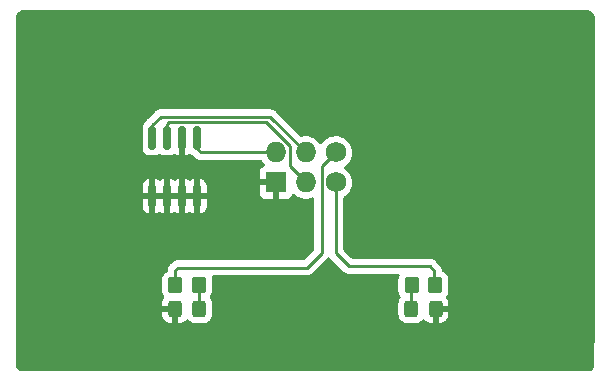
<source format=gbr>
%TF.GenerationSoftware,KiCad,Pcbnew,(6.0.4)*%
%TF.CreationDate,2022-04-09T22:58:28+02:00*%
%TF.ProjectId,cassette,63617373-6574-4746-952e-6b696361645f,rev?*%
%TF.SameCoordinates,Original*%
%TF.FileFunction,Copper,L2,Bot*%
%TF.FilePolarity,Positive*%
%FSLAX46Y46*%
G04 Gerber Fmt 4.6, Leading zero omitted, Abs format (unit mm)*
G04 Created by KiCad (PCBNEW (6.0.4)) date 2022-04-09 22:58:28*
%MOMM*%
%LPD*%
G01*
G04 APERTURE LIST*
G04 Aperture macros list*
%AMRoundRect*
0 Rectangle with rounded corners*
0 $1 Rounding radius*
0 $2 $3 $4 $5 $6 $7 $8 $9 X,Y pos of 4 corners*
0 Add a 4 corners polygon primitive as box body*
4,1,4,$2,$3,$4,$5,$6,$7,$8,$9,$2,$3,0*
0 Add four circle primitives for the rounded corners*
1,1,$1+$1,$2,$3*
1,1,$1+$1,$4,$5*
1,1,$1+$1,$6,$7*
1,1,$1+$1,$8,$9*
0 Add four rect primitives between the rounded corners*
20,1,$1+$1,$2,$3,$4,$5,0*
20,1,$1+$1,$4,$5,$6,$7,0*
20,1,$1+$1,$6,$7,$8,$9,0*
20,1,$1+$1,$8,$9,$2,$3,0*%
G04 Aperture macros list end*
%TA.AperFunction,ComponentPad*%
%ADD10O,1.727200X1.727200*%
%TD*%
%TA.AperFunction,ComponentPad*%
%ADD11R,1.727200X1.727200*%
%TD*%
%TA.AperFunction,ComponentPad*%
%ADD12C,1.727200*%
%TD*%
%TA.AperFunction,SMDPad,CuDef*%
%ADD13RoundRect,0.250000X-0.350000X-0.450000X0.350000X-0.450000X0.350000X0.450000X-0.350000X0.450000X0*%
%TD*%
%TA.AperFunction,SMDPad,CuDef*%
%ADD14RoundRect,0.250000X0.325000X0.450000X-0.325000X0.450000X-0.325000X-0.450000X0.325000X-0.450000X0*%
%TD*%
%TA.AperFunction,SMDPad,CuDef*%
%ADD15RoundRect,0.250000X0.350000X0.450000X-0.350000X0.450000X-0.350000X-0.450000X0.350000X-0.450000X0*%
%TD*%
%TA.AperFunction,SMDPad,CuDef*%
%ADD16RoundRect,0.250000X-0.325000X-0.450000X0.325000X-0.450000X0.325000X0.450000X-0.325000X0.450000X0*%
%TD*%
%TA.AperFunction,SMDPad,CuDef*%
%ADD17RoundRect,0.150000X0.150000X-0.825000X0.150000X0.825000X-0.150000X0.825000X-0.150000X-0.825000X0*%
%TD*%
%TA.AperFunction,ViaPad*%
%ADD18C,2.500000*%
%TD*%
%TA.AperFunction,ViaPad*%
%ADD19C,2.000000*%
%TD*%
%TA.AperFunction,Conductor*%
%ADD20C,0.250000*%
%TD*%
G04 APERTURE END LIST*
D10*
%TO.P,X1,1,VCC*%
%TO.N,+3V3*%
X-2480000Y1250000D03*
D11*
%TO.P,X1,2,GND*%
%TO.N,GND*%
X-2480000Y-1290000D03*
D10*
%TO.P,X1,3,SDA*%
%TO.N,Net-(U1-Pad5)*%
X60000Y1250000D03*
%TO.P,X1,4,SCL*%
%TO.N,Net-(U1-Pad6)*%
X60000Y-1290000D03*
D12*
%TO.P,X1,5,GPIO1*%
%TO.N,Net-(R2-Pad1)*%
X2600000Y1250000D03*
%TO.P,X1,6,GPIO2*%
%TO.N,Net-(R1-Pad1)*%
X2600000Y-1290000D03*
%TD*%
D13*
%TO.P,R2,1*%
%TO.N,Net-(R2-Pad1)*%
X-11000000Y-10000000D03*
%TO.P,R2,2*%
%TO.N,Net-(D2-Pad2)*%
X-9000000Y-10000000D03*
%TD*%
D14*
%TO.P,D1,1,K*%
%TO.N,GND*%
X11025000Y-12000000D03*
%TO.P,D1,2,A*%
%TO.N,Net-(D1-Pad2)*%
X8975000Y-12000000D03*
%TD*%
D15*
%TO.P,R1,1*%
%TO.N,Net-(R1-Pad1)*%
X11000000Y-10000000D03*
%TO.P,R1,2*%
%TO.N,Net-(D1-Pad2)*%
X9000000Y-10000000D03*
%TD*%
D16*
%TO.P,D2,1,K*%
%TO.N,GND*%
X-11025000Y-12000000D03*
%TO.P,D2,2,A*%
%TO.N,Net-(D2-Pad2)*%
X-8975000Y-12000000D03*
%TD*%
D17*
%TO.P,U1,1,A0*%
%TO.N,GND*%
X-9144000Y-2475000D03*
%TO.P,U1,2,A1*%
X-10414000Y-2475000D03*
%TO.P,U1,3,A2*%
X-11684000Y-2475000D03*
%TO.P,U1,4,GND*%
X-12954000Y-2475000D03*
%TO.P,U1,5,SDA*%
%TO.N,Net-(U1-Pad5)*%
X-12954000Y2475000D03*
%TO.P,U1,6,SCL*%
%TO.N,Net-(U1-Pad6)*%
X-11684000Y2475000D03*
%TO.P,U1,7,WP*%
%TO.N,GND*%
X-10414000Y2475000D03*
%TO.P,U1,8,VCC*%
%TO.N,+3V3*%
X-9144000Y2475000D03*
%TD*%
D18*
%TO.N,GND*%
X-12000000Y-16000000D03*
D19*
X-7000000Y-15000000D03*
D18*
X12000000Y-16000000D03*
D19*
X7000000Y-15000000D03*
%TD*%
D20*
%TO.N,Net-(D2-Pad2)*%
X-8975000Y-12000000D02*
X-8975000Y-10025000D01*
X-8975000Y-10025000D02*
X-9000000Y-10000000D01*
%TO.N,Net-(D1-Pad2)*%
X8975000Y-12000000D02*
X8975000Y-10025000D01*
X8975000Y-10025000D02*
X9000000Y-10000000D01*
%TO.N,Net-(U1-Pad5)*%
X-12250480Y4259520D02*
X-2949520Y4259520D01*
X-12954000Y3556000D02*
X-12250480Y4259520D01*
X-2949520Y4259520D02*
X60000Y1250000D01*
X-12954000Y2475000D02*
X-12954000Y3556000D01*
%TO.N,Net-(U1-Pad6)*%
X-11557000Y3810000D02*
X-11684000Y3683000D01*
X-1291889Y1799889D02*
X-3302000Y3810000D01*
X-3302000Y3810000D02*
X-11557000Y3810000D01*
X60000Y-1290000D02*
X-1291889Y61889D01*
X-1291889Y61889D02*
X-1291889Y1799889D01*
X-11684000Y3683000D02*
X-11684000Y2475000D01*
%TO.N,+3V3*%
X-8870000Y1250000D02*
X-9144000Y1524000D01*
X-9144000Y1524000D02*
X-9144000Y2475000D01*
X-2480000Y1250000D02*
X-8870000Y1250000D01*
%TO.N,Net-(R1-Pad1)*%
X2600000Y-7299000D02*
X3683000Y-8382000D01*
X10922000Y-8763000D02*
X10922000Y-9922000D01*
X3683000Y-8382000D02*
X10541000Y-8382000D01*
X10541000Y-8382000D02*
X10922000Y-8763000D01*
X2600000Y-1290000D02*
X2600000Y-7299000D01*
X10922000Y-9922000D02*
X11000000Y-10000000D01*
%TO.N,Net-(R2-Pad1)*%
X2600000Y1250000D02*
X1411889Y61889D01*
X127000Y-8509000D02*
X-10795000Y-8509000D01*
X-10795000Y-8509000D02*
X-11000000Y-8714000D01*
X1411889Y-7224111D02*
X127000Y-8509000D01*
X1411889Y61889D02*
X1411889Y-7224111D01*
X-11000000Y-8714000D02*
X-11000000Y-10000000D01*
%TD*%
%TA.AperFunction,Conductor*%
%TO.N,GND*%
G36*
X-17979555Y13290327D02*
G01*
X17939495Y13290327D01*
X23992292Y13282873D01*
X24021475Y13279410D01*
X24096460Y13261457D01*
X24119932Y13253319D01*
X24197600Y13217465D01*
X24218614Y13205174D01*
X24287813Y13155143D01*
X24305869Y13139256D01*
X24364353Y13076925D01*
X24379092Y13057843D01*
X24424568Y12985602D01*
X24435540Y12963706D01*
X24461854Y12895286D01*
X24466383Y12883509D01*
X24472999Y12859387D01*
X24489719Y12760988D01*
X24491500Y12739881D01*
X24491500Y-13038519D01*
X24484102Y-16790981D01*
X24480638Y-16820075D01*
X24462628Y-16895287D01*
X24454491Y-16918754D01*
X24418634Y-16996431D01*
X24406346Y-17017441D01*
X24392963Y-17035952D01*
X24356316Y-17086639D01*
X24340423Y-17104700D01*
X24278099Y-17163178D01*
X24259009Y-17177924D01*
X24186764Y-17223403D01*
X24164869Y-17234373D01*
X24084686Y-17265212D01*
X24060568Y-17271828D01*
X23995675Y-17282855D01*
X23962153Y-17288551D01*
X23941046Y-17290331D01*
X-17939467Y-17290331D01*
X-23992293Y-17282873D01*
X-24021480Y-17279409D01*
X-24096457Y-17261455D01*
X-24119924Y-17253319D01*
X-24197606Y-17217459D01*
X-24218613Y-17205171D01*
X-24287814Y-17155138D01*
X-24305869Y-17139252D01*
X-24364354Y-17076920D01*
X-24379092Y-17057840D01*
X-24424574Y-16985593D01*
X-24435546Y-16963696D01*
X-24466382Y-16883519D01*
X-24473000Y-16859395D01*
X-24489720Y-16760987D01*
X-24491500Y-16739881D01*
X-24491500Y-12497095D01*
X-12107999Y-12497095D01*
X-12107662Y-12503614D01*
X-12097743Y-12599206D01*
X-12094851Y-12612600D01*
X-12043412Y-12766784D01*
X-12037239Y-12779962D01*
X-11951937Y-12917807D01*
X-11942901Y-12929208D01*
X-11828171Y-13043739D01*
X-11816760Y-13052751D01*
X-11678757Y-13137816D01*
X-11665576Y-13143963D01*
X-11511290Y-13195138D01*
X-11497914Y-13198005D01*
X-11403562Y-13207672D01*
X-11397146Y-13208000D01*
X-11297115Y-13208000D01*
X-11281876Y-13203525D01*
X-11280671Y-13202135D01*
X-11279000Y-13194452D01*
X-11279000Y-12272115D01*
X-11283475Y-12256876D01*
X-11284865Y-12255671D01*
X-11292548Y-12254000D01*
X-12089884Y-12254000D01*
X-12105123Y-12258475D01*
X-12106328Y-12259865D01*
X-12107999Y-12267548D01*
X-12107999Y-12497095D01*
X-24491500Y-12497095D01*
X-24491500Y-3363984D01*
X-13761999Y-3363984D01*
X-13761805Y-3368920D01*
X-13759570Y-3397336D01*
X-13757270Y-3409931D01*
X-13714893Y-3555790D01*
X-13708648Y-3570221D01*
X-13632089Y-3699678D01*
X-13622449Y-3712104D01*
X-13516104Y-3818449D01*
X-13503678Y-3828089D01*
X-13374221Y-3904648D01*
X-13359790Y-3910893D01*
X-13225395Y-3949939D01*
X-13211294Y-3949899D01*
X-13208000Y-3942630D01*
X-13208000Y-3936878D01*
X-12700000Y-3936878D01*
X-12696027Y-3950409D01*
X-12688129Y-3951544D01*
X-12548210Y-3910893D01*
X-12533779Y-3904648D01*
X-12404322Y-3828088D01*
X-12396230Y-3821811D01*
X-12330146Y-3795861D01*
X-12260523Y-3809759D01*
X-12241770Y-3821811D01*
X-12233678Y-3828088D01*
X-12104221Y-3904648D01*
X-12089790Y-3910893D01*
X-11955395Y-3949939D01*
X-11941294Y-3949899D01*
X-11938000Y-3942630D01*
X-11938000Y-3936878D01*
X-11430000Y-3936878D01*
X-11426027Y-3950409D01*
X-11418129Y-3951544D01*
X-11278210Y-3910893D01*
X-11263779Y-3904648D01*
X-11134322Y-3828088D01*
X-11126230Y-3821811D01*
X-11060146Y-3795861D01*
X-10990523Y-3809759D01*
X-10971770Y-3821811D01*
X-10963678Y-3828088D01*
X-10834221Y-3904648D01*
X-10819790Y-3910893D01*
X-10685395Y-3949939D01*
X-10671294Y-3949899D01*
X-10668000Y-3942630D01*
X-10668000Y-3936878D01*
X-10160000Y-3936878D01*
X-10156027Y-3950409D01*
X-10148129Y-3951544D01*
X-10008210Y-3910893D01*
X-9993779Y-3904648D01*
X-9864322Y-3828088D01*
X-9856230Y-3821811D01*
X-9790146Y-3795861D01*
X-9720523Y-3809759D01*
X-9701770Y-3821811D01*
X-9693678Y-3828088D01*
X-9564221Y-3904648D01*
X-9549790Y-3910893D01*
X-9415395Y-3949939D01*
X-9401294Y-3949899D01*
X-9398000Y-3942630D01*
X-9398000Y-3936878D01*
X-8890000Y-3936878D01*
X-8886027Y-3950409D01*
X-8878129Y-3951544D01*
X-8738210Y-3910893D01*
X-8723779Y-3904648D01*
X-8594322Y-3828089D01*
X-8581896Y-3818449D01*
X-8475551Y-3712104D01*
X-8465911Y-3699678D01*
X-8389352Y-3570221D01*
X-8383107Y-3555790D01*
X-8340731Y-3409935D01*
X-8338430Y-3397333D01*
X-8336193Y-3368916D01*
X-8336000Y-3363986D01*
X-8336000Y-2747115D01*
X-8340475Y-2731876D01*
X-8341865Y-2730671D01*
X-8349548Y-2729000D01*
X-8871885Y-2729000D01*
X-8887124Y-2733475D01*
X-8888329Y-2734865D01*
X-8890000Y-2742548D01*
X-8890000Y-3936878D01*
X-9398000Y-3936878D01*
X-9398000Y-2747115D01*
X-9402475Y-2731876D01*
X-9403865Y-2730671D01*
X-9411548Y-2729000D01*
X-10141885Y-2729000D01*
X-10157124Y-2733475D01*
X-10158329Y-2734865D01*
X-10160000Y-2742548D01*
X-10160000Y-3936878D01*
X-10668000Y-3936878D01*
X-10668000Y-2747115D01*
X-10672475Y-2731876D01*
X-10673865Y-2730671D01*
X-10681548Y-2729000D01*
X-11411885Y-2729000D01*
X-11427124Y-2733475D01*
X-11428329Y-2734865D01*
X-11430000Y-2742548D01*
X-11430000Y-3936878D01*
X-11938000Y-3936878D01*
X-11938000Y-2747115D01*
X-11942475Y-2731876D01*
X-11943865Y-2730671D01*
X-11951548Y-2729000D01*
X-12681885Y-2729000D01*
X-12697124Y-2733475D01*
X-12698329Y-2734865D01*
X-12700000Y-2742548D01*
X-12700000Y-3936878D01*
X-13208000Y-3936878D01*
X-13208000Y-2747115D01*
X-13212475Y-2731876D01*
X-13213865Y-2730671D01*
X-13221548Y-2729000D01*
X-13743884Y-2729000D01*
X-13759123Y-2733475D01*
X-13760328Y-2734865D01*
X-13761999Y-2742548D01*
X-13761999Y-3363984D01*
X-24491500Y-3363984D01*
X-24491500Y-2202885D01*
X-13762000Y-2202885D01*
X-13757525Y-2218124D01*
X-13756135Y-2219329D01*
X-13748452Y-2221000D01*
X-13226115Y-2221000D01*
X-13210876Y-2216525D01*
X-13209671Y-2215135D01*
X-13208000Y-2207452D01*
X-13208000Y-2202885D01*
X-12700000Y-2202885D01*
X-12695525Y-2218124D01*
X-12694135Y-2219329D01*
X-12686452Y-2221000D01*
X-11956115Y-2221000D01*
X-11940876Y-2216525D01*
X-11939671Y-2215135D01*
X-11938000Y-2207452D01*
X-11938000Y-2202885D01*
X-11430000Y-2202885D01*
X-11425525Y-2218124D01*
X-11424135Y-2219329D01*
X-11416452Y-2221000D01*
X-10686115Y-2221000D01*
X-10670876Y-2216525D01*
X-10669671Y-2215135D01*
X-10668000Y-2207452D01*
X-10668000Y-2202885D01*
X-10160000Y-2202885D01*
X-10155525Y-2218124D01*
X-10154135Y-2219329D01*
X-10146452Y-2221000D01*
X-9416115Y-2221000D01*
X-9400876Y-2216525D01*
X-9399671Y-2215135D01*
X-9398000Y-2207452D01*
X-9398000Y-2202885D01*
X-8890000Y-2202885D01*
X-8885525Y-2218124D01*
X-8884135Y-2219329D01*
X-8876452Y-2221000D01*
X-8354116Y-2221000D01*
X-8338877Y-2216525D01*
X-8337672Y-2215135D01*
X-8336001Y-2207452D01*
X-8336001Y-2198269D01*
X-3851599Y-2198269D01*
X-3851229Y-2205090D01*
X-3845705Y-2255952D01*
X-3842079Y-2271204D01*
X-3796924Y-2391654D01*
X-3788386Y-2407249D01*
X-3711885Y-2509324D01*
X-3699324Y-2521885D01*
X-3597249Y-2598386D01*
X-3581654Y-2606924D01*
X-3461206Y-2652078D01*
X-3445951Y-2655705D01*
X-3395086Y-2661231D01*
X-3388272Y-2661600D01*
X-2752115Y-2661600D01*
X-2736876Y-2657125D01*
X-2735671Y-2655735D01*
X-2734000Y-2648052D01*
X-2734000Y-1562115D01*
X-2738475Y-1546876D01*
X-2739865Y-1545671D01*
X-2747548Y-1544000D01*
X-3833484Y-1544000D01*
X-3848723Y-1548475D01*
X-3849928Y-1549865D01*
X-3851599Y-1557548D01*
X-3851599Y-2198269D01*
X-8336001Y-2198269D01*
X-8336001Y-1586017D01*
X-8336195Y-1581080D01*
X-8338430Y-1552664D01*
X-8340730Y-1540069D01*
X-8383107Y-1394210D01*
X-8389352Y-1379779D01*
X-8465911Y-1250322D01*
X-8475551Y-1237896D01*
X-8581896Y-1131551D01*
X-8594322Y-1121911D01*
X-8723779Y-1045352D01*
X-8738210Y-1039107D01*
X-8872605Y-1000061D01*
X-8886706Y-1000101D01*
X-8890000Y-1007370D01*
X-8890000Y-2202885D01*
X-9398000Y-2202885D01*
X-9398000Y-1013122D01*
X-9401973Y-999591D01*
X-9409871Y-998456D01*
X-9549790Y-1039107D01*
X-9564221Y-1045352D01*
X-9693678Y-1121912D01*
X-9701770Y-1128189D01*
X-9767854Y-1154139D01*
X-9837477Y-1140241D01*
X-9856230Y-1128189D01*
X-9864322Y-1121912D01*
X-9993779Y-1045352D01*
X-10008210Y-1039107D01*
X-10142605Y-1000061D01*
X-10156706Y-1000101D01*
X-10160000Y-1007370D01*
X-10160000Y-2202885D01*
X-10668000Y-2202885D01*
X-10668000Y-1013122D01*
X-10671973Y-999591D01*
X-10679871Y-998456D01*
X-10819790Y-1039107D01*
X-10834221Y-1045352D01*
X-10963678Y-1121912D01*
X-10971770Y-1128189D01*
X-11037854Y-1154139D01*
X-11107477Y-1140241D01*
X-11126230Y-1128189D01*
X-11134322Y-1121912D01*
X-11263779Y-1045352D01*
X-11278210Y-1039107D01*
X-11412605Y-1000061D01*
X-11426706Y-1000101D01*
X-11430000Y-1007370D01*
X-11430000Y-2202885D01*
X-11938000Y-2202885D01*
X-11938000Y-1013122D01*
X-11941973Y-999591D01*
X-11949871Y-998456D01*
X-12089790Y-1039107D01*
X-12104221Y-1045352D01*
X-12233678Y-1121912D01*
X-12241770Y-1128189D01*
X-12307854Y-1154139D01*
X-12377477Y-1140241D01*
X-12396230Y-1128189D01*
X-12404322Y-1121912D01*
X-12533779Y-1045352D01*
X-12548210Y-1039107D01*
X-12682605Y-1000061D01*
X-12696706Y-1000101D01*
X-12700000Y-1007370D01*
X-12700000Y-2202885D01*
X-13208000Y-2202885D01*
X-13208000Y-1013122D01*
X-13211973Y-999591D01*
X-13219871Y-998456D01*
X-13359790Y-1039107D01*
X-13374221Y-1045352D01*
X-13503678Y-1121911D01*
X-13516104Y-1131551D01*
X-13622449Y-1237896D01*
X-13632089Y-1250322D01*
X-13708648Y-1379779D01*
X-13714893Y-1394210D01*
X-13757269Y-1540065D01*
X-13759570Y-1552667D01*
X-13761807Y-1581084D01*
X-13762000Y-1586014D01*
X-13762000Y-2202885D01*
X-24491500Y-2202885D01*
X-24491500Y1583498D01*
X-13762500Y1583498D01*
X-13759562Y1546169D01*
X-13713145Y1386399D01*
X-13709108Y1379573D01*
X-13632491Y1250020D01*
X-13632489Y1250017D01*
X-13628453Y1243193D01*
X-13510807Y1125547D01*
X-13503984Y1121512D01*
X-13503980Y1121509D01*
X-13396411Y1057893D01*
X-13367601Y1040855D01*
X-13359990Y1038644D01*
X-13359988Y1038643D01*
X-13324665Y1028381D01*
X-13207831Y994438D01*
X-13201426Y993934D01*
X-13201421Y993933D01*
X-13172958Y991693D01*
X-13172950Y991693D01*
X-13170502Y991500D01*
X-12737498Y991500D01*
X-12735050Y991693D01*
X-12735042Y991693D01*
X-12706579Y993933D01*
X-12706574Y993934D01*
X-12700169Y994438D01*
X-12583335Y1028381D01*
X-12548012Y1038643D01*
X-12548010Y1038644D01*
X-12540399Y1040855D01*
X-12397193Y1125547D01*
X-12394511Y1128229D01*
X-12330139Y1153502D01*
X-12260516Y1139600D01*
X-12244688Y1129428D01*
X-12240807Y1125547D01*
X-12097601Y1040855D01*
X-12089990Y1038644D01*
X-12089988Y1038643D01*
X-12054665Y1028381D01*
X-11937831Y994438D01*
X-11931426Y993934D01*
X-11931421Y993933D01*
X-11902958Y991693D01*
X-11902950Y991693D01*
X-11900502Y991500D01*
X-11467498Y991500D01*
X-11465050Y991693D01*
X-11465042Y991693D01*
X-11436579Y993933D01*
X-11436574Y993934D01*
X-11430169Y994438D01*
X-11313335Y1028381D01*
X-11278012Y1038643D01*
X-11278010Y1038644D01*
X-11270399Y1040855D01*
X-11127193Y1125547D01*
X-11124253Y1128487D01*
X-11059729Y1153821D01*
X-10990106Y1139920D01*
X-10971360Y1127871D01*
X-10963677Y1121911D01*
X-10834221Y1045352D01*
X-10819790Y1039107D01*
X-10685395Y1000061D01*
X-10671294Y1000101D01*
X-10668000Y1007370D01*
X-10668000Y2603000D01*
X-10647998Y2671121D01*
X-10594342Y2717614D01*
X-10542000Y2729000D01*
X-10286000Y2729000D01*
X-10217879Y2708998D01*
X-10171386Y2655342D01*
X-10160000Y2603000D01*
X-10160000Y1013122D01*
X-10156027Y999591D01*
X-10148129Y998456D01*
X-10008210Y1039107D01*
X-9993779Y1045352D01*
X-9864324Y1121910D01*
X-9856636Y1127874D01*
X-9790551Y1153821D01*
X-9720928Y1139920D01*
X-9704842Y1129582D01*
X-9700807Y1125547D01*
X-9693979Y1121509D01*
X-9693976Y1121507D01*
X-9569241Y1047739D01*
X-9544285Y1028381D01*
X-9373657Y857753D01*
X-9366113Y849463D01*
X-9362000Y842982D01*
X-9356223Y837557D01*
X-9312333Y796342D01*
X-9309491Y793587D01*
X-9289769Y773865D01*
X-9286645Y771442D01*
X-9286641Y771438D01*
X-9286576Y771388D01*
X-9277555Y763683D01*
X-9245321Y733414D01*
X-9238373Y729595D01*
X-9238371Y729593D01*
X-9227568Y723654D01*
X-9211041Y712798D01*
X-9201302Y705243D01*
X-9201300Y705242D01*
X-9195040Y700386D01*
X-9154460Y682826D01*
X-9143812Y677609D01*
X-9105060Y656305D01*
X-9097384Y654334D01*
X-9097381Y654333D01*
X-9085438Y651267D01*
X-9066733Y644863D01*
X-9048145Y636819D01*
X-9040322Y635580D01*
X-9040312Y635577D01*
X-9004476Y629901D01*
X-8992856Y627495D01*
X-8957711Y618472D01*
X-8950030Y616500D01*
X-8929776Y616500D01*
X-8910066Y614949D01*
X-8890057Y611780D01*
X-8882165Y612526D01*
X-8846039Y615941D01*
X-8834181Y616500D01*
X-3771676Y616500D01*
X-3703555Y596498D01*
X-3664243Y556335D01*
X-3591025Y436853D01*
X-3445587Y268955D01*
X-3445586Y268954D01*
X-3443298Y266313D01*
X-3443843Y265841D01*
X-3411150Y207424D01*
X-3415475Y136560D01*
X-3457427Y79283D01*
X-3489754Y61376D01*
X-3581654Y26924D01*
X-3597249Y18386D01*
X-3699324Y-58115D01*
X-3711885Y-70676D01*
X-3788386Y-172751D01*
X-3796924Y-188346D01*
X-3842078Y-308794D01*
X-3845705Y-324049D01*
X-3851231Y-374914D01*
X-3851600Y-381728D01*
X-3851600Y-1017885D01*
X-3847125Y-1033124D01*
X-3845735Y-1034329D01*
X-3838052Y-1036000D01*
X-2352000Y-1036000D01*
X-2283879Y-1056002D01*
X-2237386Y-1109658D01*
X-2226000Y-1162000D01*
X-2226000Y-2643484D01*
X-2221525Y-2658723D01*
X-2220135Y-2659928D01*
X-2212452Y-2661599D01*
X-1571731Y-2661599D01*
X-1564910Y-2661229D01*
X-1514048Y-2655705D01*
X-1498796Y-2652079D01*
X-1378346Y-2606924D01*
X-1362751Y-2598386D01*
X-1260676Y-2521885D01*
X-1248115Y-2509324D01*
X-1171614Y-2407249D01*
X-1163076Y-2391654D01*
X-1128159Y-2298515D01*
X-1085517Y-2241750D01*
X-1018955Y-2217051D01*
X-949606Y-2232259D01*
X-914940Y-2260247D01*
X-903298Y-2273687D01*
X-729701Y-2417810D01*
X-725249Y-2420412D01*
X-725244Y-2420415D01*
X-575982Y-2507637D01*
X-534897Y-2531645D01*
X-324116Y-2612134D01*
X-319048Y-2613165D01*
X-319045Y-2613166D01*
X-239645Y-2629320D01*
X-103019Y-2657117D01*
X-97844Y-2657307D01*
X-97842Y-2657307D01*
X117292Y-2665196D01*
X117296Y-2665196D01*
X122456Y-2665385D01*
X127576Y-2664729D01*
X127578Y-2664729D01*
X198020Y-2655705D01*
X346253Y-2636716D01*
X351202Y-2635231D01*
X351208Y-2635230D01*
X557413Y-2573365D01*
X557412Y-2573365D01*
X562363Y-2571880D01*
X596958Y-2554932D01*
X666932Y-2542926D01*
X732289Y-2570657D01*
X772278Y-2629320D01*
X778389Y-2668084D01*
X778389Y-6909516D01*
X758387Y-6977637D01*
X741484Y-6998611D01*
X-98500Y-7838595D01*
X-160812Y-7872621D01*
X-187595Y-7875500D01*
X-10716232Y-7875500D01*
X-10727415Y-7874973D01*
X-10734908Y-7873298D01*
X-10742834Y-7873547D01*
X-10742835Y-7873547D01*
X-10802998Y-7875438D01*
X-10806956Y-7875500D01*
X-10834856Y-7875500D01*
X-10838846Y-7876004D01*
X-10850680Y-7876936D01*
X-10894889Y-7878326D01*
X-10902503Y-7880538D01*
X-10902508Y-7880539D01*
X-10914341Y-7883977D01*
X-10933704Y-7887988D01*
X-10953797Y-7890526D01*
X-10961164Y-7893443D01*
X-10961169Y-7893444D01*
X-10994908Y-7906802D01*
X-11006135Y-7910646D01*
X-11048593Y-7922982D01*
X-11055419Y-7927019D01*
X-11066028Y-7933293D01*
X-11083776Y-7941988D01*
X-11102617Y-7949448D01*
X-11109033Y-7954110D01*
X-11109034Y-7954110D01*
X-11138387Y-7975436D01*
X-11148307Y-7981952D01*
X-11179535Y-8000420D01*
X-11179538Y-8000422D01*
X-11186362Y-8004458D01*
X-11200686Y-8018782D01*
X-11215713Y-8031617D01*
X-11232107Y-8043528D01*
X-11237160Y-8049636D01*
X-11260292Y-8077597D01*
X-11268280Y-8086375D01*
X-11392256Y-8210352D01*
X-11400538Y-8217888D01*
X-11407018Y-8222000D01*
X-11412445Y-8227779D01*
X-11412446Y-8227780D01*
X-11453644Y-8271652D01*
X-11456399Y-8274494D01*
X-11476135Y-8294230D01*
X-11478615Y-8297427D01*
X-11486318Y-8306447D01*
X-11516586Y-8338679D01*
X-11520405Y-8345625D01*
X-11520407Y-8345628D01*
X-11526348Y-8356434D01*
X-11537199Y-8372953D01*
X-11549614Y-8388959D01*
X-11552759Y-8396228D01*
X-11552762Y-8396232D01*
X-11567174Y-8429537D01*
X-11572391Y-8440187D01*
X-11593695Y-8478940D01*
X-11595666Y-8486615D01*
X-11595666Y-8486616D01*
X-11598733Y-8498562D01*
X-11605137Y-8517266D01*
X-11613181Y-8535855D01*
X-11614420Y-8543678D01*
X-11614423Y-8543688D01*
X-11620099Y-8579524D01*
X-11622505Y-8591144D01*
X-11627877Y-8612068D01*
X-11633500Y-8633970D01*
X-11633500Y-8654224D01*
X-11635051Y-8673934D01*
X-11638220Y-8693943D01*
X-11637474Y-8701835D01*
X-11634059Y-8737961D01*
X-11633500Y-8749819D01*
X-11633500Y-8763219D01*
X-11653502Y-8831340D01*
X-11693197Y-8870363D01*
X-11824348Y-8951522D01*
X-11949305Y-9076697D01*
X-11953145Y-9082927D01*
X-11953146Y-9082928D01*
X-11989560Y-9142003D01*
X-12042115Y-9227262D01*
X-12097797Y-9395139D01*
X-12108500Y-9499600D01*
X-12108500Y-10500400D01*
X-12097526Y-10606166D01*
X-12041550Y-10773946D01*
X-11948478Y-10924348D01*
X-11948096Y-10924729D01*
X-11922506Y-10987956D01*
X-11935678Y-11057720D01*
X-11949009Y-11078503D01*
X-11952753Y-11083243D01*
X-12037816Y-11221243D01*
X-12043963Y-11234424D01*
X-12095138Y-11388710D01*
X-12098005Y-11402086D01*
X-12107672Y-11496438D01*
X-12108000Y-11502855D01*
X-12108000Y-11727885D01*
X-12103525Y-11743124D01*
X-12102135Y-11744329D01*
X-12094452Y-11746000D01*
X-10897000Y-11746000D01*
X-10828879Y-11766002D01*
X-10782386Y-11819658D01*
X-10771000Y-11872000D01*
X-10771000Y-13189884D01*
X-10766525Y-13205123D01*
X-10765135Y-13206328D01*
X-10757452Y-13207999D01*
X-10652905Y-13207999D01*
X-10646386Y-13207662D01*
X-10550794Y-13197743D01*
X-10537400Y-13194851D01*
X-10383216Y-13143412D01*
X-10370038Y-13137239D01*
X-10232193Y-13051937D01*
X-10220792Y-13042901D01*
X-10106262Y-12928172D01*
X-10099206Y-12919238D01*
X-10041288Y-12878177D01*
X-9970365Y-12874947D01*
X-9908954Y-12910574D01*
X-9902154Y-12918407D01*
X-9898478Y-12924348D01*
X-9773303Y-13049305D01*
X-9767073Y-13053145D01*
X-9767072Y-13053146D01*
X-9629712Y-13137816D01*
X-9622738Y-13142115D01*
X-9542995Y-13168564D01*
X-9461389Y-13195632D01*
X-9461387Y-13195632D01*
X-9454861Y-13197797D01*
X-9448025Y-13198497D01*
X-9448022Y-13198498D01*
X-9404969Y-13202909D01*
X-9350400Y-13208500D01*
X-8599600Y-13208500D01*
X-8596354Y-13208163D01*
X-8596350Y-13208163D01*
X-8500692Y-13198238D01*
X-8500688Y-13198237D01*
X-8493834Y-13197526D01*
X-8487298Y-13195345D01*
X-8487296Y-13195345D01*
X-8355194Y-13151272D01*
X-8326054Y-13141550D01*
X-8175652Y-13048478D01*
X-8166756Y-13039567D01*
X-8055866Y-12928483D01*
X-8050695Y-12923303D01*
X-7957885Y-12772738D01*
X-7902203Y-12604861D01*
X-7891500Y-12500400D01*
X-7891500Y-11499600D01*
X-7891837Y-11496350D01*
X-7901762Y-11400692D01*
X-7901763Y-11400688D01*
X-7902474Y-11393834D01*
X-7958450Y-11226054D01*
X-8051522Y-11075652D01*
X-8051638Y-11075536D01*
X-8077173Y-11012457D01*
X-8064004Y-10942692D01*
X-8053136Y-10925749D01*
X-8050695Y-10923303D01*
X-7957885Y-10772738D01*
X-7902203Y-10604861D01*
X-7891500Y-10500400D01*
X-7891500Y-9499600D01*
X-7902474Y-9393834D01*
X-7930985Y-9308376D01*
X-7933569Y-9237427D01*
X-7897386Y-9176343D01*
X-7833921Y-9144518D01*
X-7811461Y-9142500D01*
X48233Y-9142500D01*
X59416Y-9143027D01*
X66909Y-9144702D01*
X74835Y-9144453D01*
X74836Y-9144453D01*
X134986Y-9142562D01*
X138945Y-9142500D01*
X166856Y-9142500D01*
X170791Y-9142003D01*
X170856Y-9141995D01*
X182693Y-9141062D01*
X214951Y-9140048D01*
X218970Y-9139922D01*
X226889Y-9139673D01*
X246343Y-9134021D01*
X265700Y-9130013D01*
X277930Y-9128468D01*
X277931Y-9128468D01*
X285797Y-9127474D01*
X293168Y-9124555D01*
X293170Y-9124555D01*
X326912Y-9111196D01*
X338142Y-9107351D01*
X372983Y-9097229D01*
X372984Y-9097229D01*
X380593Y-9095018D01*
X387412Y-9090985D01*
X387417Y-9090983D01*
X398028Y-9084707D01*
X415776Y-9076012D01*
X434617Y-9068552D01*
X470387Y-9042564D01*
X480307Y-9036048D01*
X511535Y-9017580D01*
X511538Y-9017578D01*
X518362Y-9013542D01*
X532683Y-8999221D01*
X547717Y-8986380D01*
X552095Y-8983199D01*
X564107Y-8974472D01*
X592298Y-8940395D01*
X600288Y-8931616D01*
X1804136Y-7727768D01*
X1812426Y-7720224D01*
X1818907Y-7716111D01*
X1865548Y-7666443D01*
X1868302Y-7663602D01*
X1886236Y-7645668D01*
X1948548Y-7611642D01*
X2019363Y-7616707D01*
X2076199Y-7659254D01*
X2083781Y-7670617D01*
X2095458Y-7690362D01*
X2109779Y-7704683D01*
X2122619Y-7719716D01*
X2134528Y-7736107D01*
X2162799Y-7759495D01*
X2168605Y-7764298D01*
X2177384Y-7772288D01*
X3179343Y-8774247D01*
X3186887Y-8782537D01*
X3191000Y-8789018D01*
X3196777Y-8794443D01*
X3240667Y-8835658D01*
X3243509Y-8838413D01*
X3263230Y-8858134D01*
X3266425Y-8860612D01*
X3275447Y-8868318D01*
X3307679Y-8898586D01*
X3314628Y-8902406D01*
X3325432Y-8908346D01*
X3341956Y-8919199D01*
X3357959Y-8931613D01*
X3398543Y-8949176D01*
X3409173Y-8954383D01*
X3447940Y-8975695D01*
X3455617Y-8977666D01*
X3455622Y-8977668D01*
X3467558Y-8980732D01*
X3486266Y-8987137D01*
X3504855Y-8995181D01*
X3512683Y-8996421D01*
X3512690Y-8996423D01*
X3548524Y-9002099D01*
X3560144Y-9004505D01*
X3595289Y-9013528D01*
X3602970Y-9015500D01*
X3623224Y-9015500D01*
X3642934Y-9017051D01*
X3662943Y-9020220D01*
X3670835Y-9019474D01*
X3706961Y-9016059D01*
X3718819Y-9015500D01*
X7862735Y-9015500D01*
X7930856Y-9035502D01*
X7977349Y-9089158D01*
X7987453Y-9159432D01*
X7969995Y-9207616D01*
X7957885Y-9227262D01*
X7902203Y-9395139D01*
X7891500Y-9499600D01*
X7891500Y-10500400D01*
X7902474Y-10606166D01*
X7958450Y-10773946D01*
X8051522Y-10924348D01*
X8051638Y-10924464D01*
X8077173Y-10987543D01*
X8064004Y-11057308D01*
X8053136Y-11074251D01*
X8050695Y-11076697D01*
X8046855Y-11082927D01*
X7976048Y-11197797D01*
X7957885Y-11227262D01*
X7902203Y-11395139D01*
X7891500Y-11499600D01*
X7891500Y-12500400D01*
X7891837Y-12503646D01*
X7891837Y-12503650D01*
X7901752Y-12599206D01*
X7902474Y-12606166D01*
X7958450Y-12773946D01*
X8051522Y-12924348D01*
X8176697Y-13049305D01*
X8182927Y-13053145D01*
X8182928Y-13053146D01*
X8320288Y-13137816D01*
X8327262Y-13142115D01*
X8407005Y-13168564D01*
X8488611Y-13195632D01*
X8488613Y-13195632D01*
X8495139Y-13197797D01*
X8501975Y-13198497D01*
X8501978Y-13198498D01*
X8545031Y-13202909D01*
X8599600Y-13208500D01*
X9350400Y-13208500D01*
X9353646Y-13208163D01*
X9353650Y-13208163D01*
X9449308Y-13198238D01*
X9449312Y-13198237D01*
X9456166Y-13197526D01*
X9462702Y-13195345D01*
X9462704Y-13195345D01*
X9594806Y-13151272D01*
X9623946Y-13141550D01*
X9774348Y-13048478D01*
X9783244Y-13039567D01*
X9894131Y-12928486D01*
X9899305Y-12923303D01*
X9902102Y-12918765D01*
X9959353Y-12878176D01*
X10030276Y-12874946D01*
X10091687Y-12910572D01*
X10099062Y-12919068D01*
X10107098Y-12929207D01*
X10221829Y-13043739D01*
X10233240Y-13052751D01*
X10371243Y-13137816D01*
X10384424Y-13143963D01*
X10538710Y-13195138D01*
X10552086Y-13198005D01*
X10646438Y-13207672D01*
X10652854Y-13208000D01*
X10752885Y-13208000D01*
X10768124Y-13203525D01*
X10769329Y-13202135D01*
X10771000Y-13194452D01*
X10771000Y-13189884D01*
X11279000Y-13189884D01*
X11283475Y-13205123D01*
X11284865Y-13206328D01*
X11292548Y-13207999D01*
X11397095Y-13207999D01*
X11403614Y-13207662D01*
X11499206Y-13197743D01*
X11512600Y-13194851D01*
X11666784Y-13143412D01*
X11679962Y-13137239D01*
X11817807Y-13051937D01*
X11829208Y-13042901D01*
X11943739Y-12928171D01*
X11952751Y-12916760D01*
X12037816Y-12778757D01*
X12043963Y-12765576D01*
X12095138Y-12611290D01*
X12098005Y-12597914D01*
X12107672Y-12503562D01*
X12108000Y-12497146D01*
X12108000Y-12272115D01*
X12103525Y-12256876D01*
X12102135Y-12255671D01*
X12094452Y-12254000D01*
X11297115Y-12254000D01*
X11281876Y-12258475D01*
X11280671Y-12259865D01*
X11279000Y-12267548D01*
X11279000Y-13189884D01*
X10771000Y-13189884D01*
X10771000Y-11872000D01*
X10791002Y-11803879D01*
X10844658Y-11757386D01*
X10897000Y-11746000D01*
X12089884Y-11746000D01*
X12105123Y-11741525D01*
X12106328Y-11740135D01*
X12107999Y-11732452D01*
X12107999Y-11502905D01*
X12107662Y-11496386D01*
X12097743Y-11400794D01*
X12094851Y-11387400D01*
X12043412Y-11233216D01*
X12037239Y-11220038D01*
X11951936Y-11082191D01*
X11949145Y-11078670D01*
X11922506Y-11012860D01*
X11935676Y-10943096D01*
X11946696Y-10925917D01*
X11949305Y-10923303D01*
X11953146Y-10917073D01*
X12038275Y-10778968D01*
X12038276Y-10778966D01*
X12042115Y-10772738D01*
X12097797Y-10604861D01*
X12108500Y-10500400D01*
X12108500Y-9499600D01*
X12097526Y-9393834D01*
X12041550Y-9226054D01*
X11948478Y-9075652D01*
X11936696Y-9063890D01*
X11828483Y-8955866D01*
X11823303Y-8950695D01*
X11817072Y-8946854D01*
X11678968Y-8861725D01*
X11678966Y-8861724D01*
X11672738Y-8857885D01*
X11641832Y-8847634D01*
X11583472Y-8807203D01*
X11556236Y-8741638D01*
X11555500Y-8728041D01*
X11555500Y-8723144D01*
X11554994Y-8719138D01*
X11554061Y-8707292D01*
X11552922Y-8671037D01*
X11552673Y-8663110D01*
X11547022Y-8643658D01*
X11543014Y-8624306D01*
X11541468Y-8612068D01*
X11541467Y-8612066D01*
X11540474Y-8604203D01*
X11524194Y-8563086D01*
X11520359Y-8551885D01*
X11508018Y-8509406D01*
X11503985Y-8502587D01*
X11503983Y-8502582D01*
X11497707Y-8491971D01*
X11489010Y-8474221D01*
X11481552Y-8455383D01*
X11470520Y-8440198D01*
X11455572Y-8419625D01*
X11449053Y-8409701D01*
X11430578Y-8378460D01*
X11430574Y-8378455D01*
X11426542Y-8371637D01*
X11412218Y-8357313D01*
X11399376Y-8342278D01*
X11387472Y-8325893D01*
X11353406Y-8297711D01*
X11344627Y-8289722D01*
X11044652Y-7989747D01*
X11037112Y-7981461D01*
X11033000Y-7974982D01*
X10983348Y-7928356D01*
X10980507Y-7925602D01*
X10960770Y-7905865D01*
X10957573Y-7903385D01*
X10948551Y-7895680D01*
X10939036Y-7886745D01*
X10916321Y-7865414D01*
X10909375Y-7861595D01*
X10909372Y-7861593D01*
X10898566Y-7855652D01*
X10882047Y-7844801D01*
X10881583Y-7844441D01*
X10866041Y-7832386D01*
X10858772Y-7829241D01*
X10858768Y-7829238D01*
X10825463Y-7814826D01*
X10814813Y-7809609D01*
X10776060Y-7788305D01*
X10756437Y-7783267D01*
X10737734Y-7776863D01*
X10726420Y-7771967D01*
X10726419Y-7771967D01*
X10719145Y-7768819D01*
X10711322Y-7767580D01*
X10711312Y-7767577D01*
X10675476Y-7761901D01*
X10663856Y-7759495D01*
X10628711Y-7750472D01*
X10628710Y-7750472D01*
X10621030Y-7748500D01*
X10600776Y-7748500D01*
X10581065Y-7746949D01*
X10568886Y-7745020D01*
X10561057Y-7743780D01*
X10553165Y-7744526D01*
X10517039Y-7747941D01*
X10505181Y-7748500D01*
X3997595Y-7748500D01*
X3929474Y-7728498D01*
X3908500Y-7711595D01*
X3270405Y-7073500D01*
X3236379Y-7011188D01*
X3233500Y-6984405D01*
X3233500Y-2586217D01*
X3253502Y-2518096D01*
X3296991Y-2479376D01*
X3295897Y-2477541D01*
X3300342Y-2474891D01*
X3304982Y-2472618D01*
X3346216Y-2443206D01*
X3484455Y-2344601D01*
X3484459Y-2344597D01*
X3488667Y-2341596D01*
X3648487Y-2182333D01*
X3780150Y-1999105D01*
X3880118Y-1796835D01*
X3945708Y-1580952D01*
X3950573Y-1544000D01*
X3974721Y-1360578D01*
X3974722Y-1360572D01*
X3975158Y-1357256D01*
X3976802Y-1290000D01*
X3958315Y-1065132D01*
X3903349Y-846304D01*
X3813380Y-639391D01*
X3690826Y-449951D01*
X3538977Y-283071D01*
X3534926Y-279872D01*
X3534922Y-279868D01*
X3365966Y-146434D01*
X3365962Y-146432D01*
X3361911Y-143232D01*
X3338535Y-130328D01*
X3288564Y-79896D01*
X3273792Y-10453D01*
X3298908Y55953D01*
X3326259Y82559D01*
X3484455Y195399D01*
X3484459Y195403D01*
X3488667Y198404D01*
X3648487Y357667D01*
X3780150Y540895D01*
X3870475Y723654D01*
X3877824Y738523D01*
X3877825Y738525D01*
X3880118Y743165D01*
X3945708Y959048D01*
X3946383Y964174D01*
X3974721Y1179422D01*
X3974722Y1179428D01*
X3975158Y1182744D01*
X3976802Y1250000D01*
X3958315Y1474868D01*
X3903349Y1693696D01*
X3813380Y1900609D01*
X3765282Y1974957D01*
X3693634Y2085709D01*
X3693632Y2085712D01*
X3690826Y2090049D01*
X3538977Y2256929D01*
X3534926Y2260128D01*
X3534922Y2260132D01*
X3365966Y2393566D01*
X3365962Y2393568D01*
X3361911Y2396768D01*
X3164383Y2505809D01*
X2951698Y2581124D01*
X2901297Y2590102D01*
X2734657Y2619786D01*
X2734653Y2619786D01*
X2729569Y2620692D01*
X2657574Y2621571D01*
X2509129Y2623385D01*
X2509127Y2623385D01*
X2503959Y2623448D01*
X2280929Y2589320D01*
X2066468Y2519223D01*
X1866335Y2415040D01*
X1862202Y2411937D01*
X1862199Y2411935D01*
X1837734Y2393566D01*
X1685905Y2279570D01*
X1530024Y2116450D01*
X1527112Y2112181D01*
X1527106Y2112173D01*
X1433503Y1974957D01*
X1378592Y1929954D01*
X1308067Y1921783D01*
X1244320Y1953037D01*
X1223623Y1977521D01*
X1153634Y2085709D01*
X1153632Y2085712D01*
X1150826Y2090049D01*
X998977Y2256929D01*
X994926Y2260128D01*
X994922Y2260132D01*
X825966Y2393566D01*
X825962Y2393568D01*
X821911Y2396768D01*
X624383Y2505809D01*
X411698Y2581124D01*
X361297Y2590102D01*
X194657Y2619786D01*
X194653Y2619786D01*
X189569Y2620692D01*
X117574Y2621571D01*
X-30871Y2623385D01*
X-30873Y2623385D01*
X-36041Y2623448D01*
X-184377Y2600750D01*
X-253962Y2590102D01*
X-253965Y2590101D01*
X-259071Y2589320D01*
X-263980Y2587715D01*
X-263986Y2587714D01*
X-279254Y2582724D01*
X-350218Y2580575D01*
X-407491Y2613395D01*
X-2445868Y4651773D01*
X-2453408Y4660059D01*
X-2457520Y4666538D01*
X-2507172Y4713164D01*
X-2510013Y4715918D01*
X-2529750Y4735655D01*
X-2532947Y4738135D01*
X-2541969Y4745840D01*
X-2546123Y4749741D01*
X-2574199Y4776106D01*
X-2581145Y4779925D01*
X-2581148Y4779927D01*
X-2591954Y4785868D01*
X-2608473Y4796719D01*
X-2608937Y4797079D01*
X-2624479Y4809134D01*
X-2631748Y4812279D01*
X-2631752Y4812282D01*
X-2665057Y4826694D01*
X-2675707Y4831911D01*
X-2714460Y4853215D01*
X-2734083Y4858253D01*
X-2752786Y4864657D01*
X-2764100Y4869553D01*
X-2764101Y4869553D01*
X-2771375Y4872701D01*
X-2779198Y4873940D01*
X-2779208Y4873943D01*
X-2815044Y4879619D01*
X-2826664Y4882025D01*
X-2861809Y4891048D01*
X-2861810Y4891048D01*
X-2869490Y4893020D01*
X-2889744Y4893020D01*
X-2909455Y4894571D01*
X-2921634Y4896500D01*
X-2929463Y4897740D01*
X-2958734Y4894973D01*
X-2973481Y4893579D01*
X-2985339Y4893020D01*
X-12171712Y4893020D01*
X-12182895Y4893547D01*
X-12190388Y4895222D01*
X-12198314Y4894973D01*
X-12198315Y4894973D01*
X-12258478Y4893082D01*
X-12262436Y4893020D01*
X-12290336Y4893020D01*
X-12294326Y4892516D01*
X-12306160Y4891584D01*
X-12350369Y4890194D01*
X-12357985Y4887981D01*
X-12357987Y4887981D01*
X-12369828Y4884541D01*
X-12389187Y4880532D01*
X-12390497Y4880366D01*
X-12409277Y4877994D01*
X-12416643Y4875078D01*
X-12416649Y4875076D01*
X-12450382Y4861720D01*
X-12461612Y4857875D01*
X-12477652Y4853215D01*
X-12504073Y4845539D01*
X-12510896Y4841504D01*
X-12521514Y4835225D01*
X-12539267Y4826528D01*
X-12546912Y4823501D01*
X-12558097Y4819072D01*
X-12571775Y4809134D01*
X-12593868Y4793083D01*
X-12603785Y4786569D01*
X-12641842Y4764062D01*
X-12656163Y4749741D01*
X-12671196Y4736901D01*
X-12687587Y4724992D01*
X-12713964Y4693107D01*
X-12715768Y4690927D01*
X-12723758Y4682146D01*
X-13346258Y4059647D01*
X-13354537Y4052113D01*
X-13361018Y4048000D01*
X-13407643Y3998349D01*
X-13410398Y3995507D01*
X-13430135Y3975770D01*
X-13432615Y3972573D01*
X-13440318Y3963553D01*
X-13470586Y3931321D01*
X-13474405Y3924375D01*
X-13474407Y3924372D01*
X-13480348Y3913566D01*
X-13491199Y3897047D01*
X-13503614Y3881041D01*
X-13506759Y3873772D01*
X-13506762Y3873768D01*
X-13521174Y3840463D01*
X-13526391Y3829813D01*
X-13543324Y3799010D01*
X-13564644Y3770616D01*
X-13628453Y3706807D01*
X-13632489Y3699983D01*
X-13632491Y3699980D01*
X-13696107Y3592411D01*
X-13713145Y3563601D01*
X-13759562Y3403831D01*
X-13762500Y3366502D01*
X-13762500Y1583498D01*
X-24491500Y1583498D01*
X-24491500Y9038519D01*
X-24484102Y12790987D01*
X-24480638Y12820080D01*
X-24462630Y12895286D01*
X-24454493Y12918755D01*
X-24445800Y12937587D01*
X-24418633Y12996434D01*
X-24406347Y13017439D01*
X-24356316Y13086639D01*
X-24340423Y13104701D01*
X-24278098Y13163180D01*
X-24259010Y13177925D01*
X-24186776Y13223399D01*
X-24164876Y13234372D01*
X-24084688Y13265210D01*
X-24060567Y13271827D01*
X-23985365Y13284604D01*
X-23962154Y13288548D01*
X-23941049Y13290328D01*
X-17979555Y13290327D01*
G37*
%TD.AperFunction*%
%TD*%
M02*

</source>
